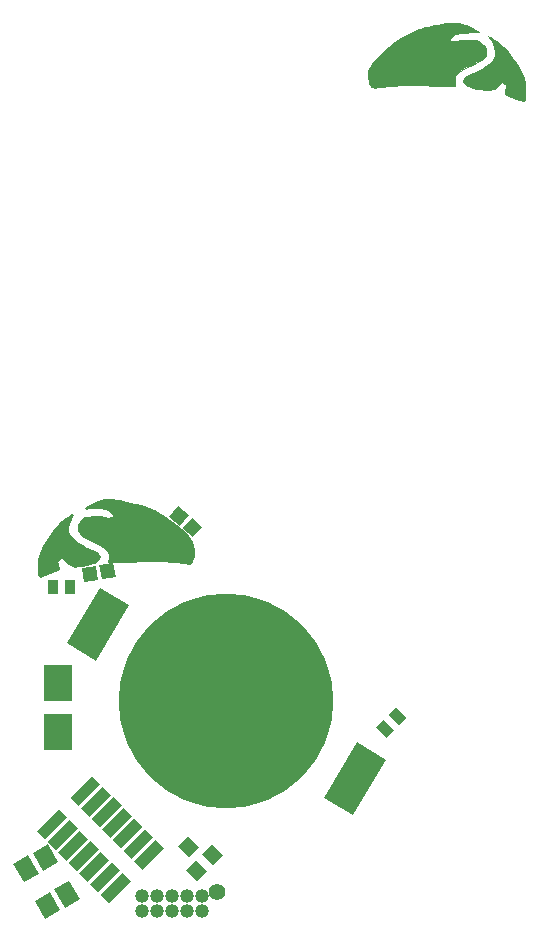
<source format=gbs>
G04 #@! TF.FileFunction,Soldermask,Bot*
%FSLAX46Y46*%
G04 Gerber Fmt 4.6, Leading zero omitted, Abs format (unit mm)*
G04 Created by KiCad (PCBNEW 4.0.5+dfsg1-4) date Sat Aug 24 03:06:04 2019*
%MOMM*%
%LPD*%
G01*
G04 APERTURE LIST*
%ADD10C,0.100000*%
%ADD11C,0.200000*%
%ADD12C,0.010000*%
%ADD13C,18.200000*%
%ADD14R,2.429460X3.051760*%
%ADD15R,0.900000X1.300000*%
%ADD16C,1.187400*%
%ADD17C,1.390600*%
%ADD18C,0.254000*%
G04 APERTURE END LIST*
D10*
D11*
X146400000Y-86000000D02*
X145100000Y-85200000D01*
X144700000Y-85900000D02*
X146400000Y-86000000D01*
X145100000Y-85200000D02*
X144700000Y-85900000D01*
D12*
G36*
X176348000Y-44012860D02*
X176370398Y-44054262D01*
X176429689Y-44146562D01*
X176514023Y-44271433D01*
X176532750Y-44298555D01*
X176629504Y-44441203D01*
X176711979Y-44568185D01*
X176763670Y-44654028D01*
X176766463Y-44659278D01*
X176820396Y-44807296D01*
X176864039Y-45011391D01*
X176892641Y-45243153D01*
X176901525Y-45466995D01*
X176885132Y-45659710D01*
X176833128Y-45830476D01*
X176735969Y-45995917D01*
X176584113Y-46172659D01*
X176390625Y-46357078D01*
X176270855Y-46459656D01*
X176147679Y-46551966D01*
X176006445Y-46642749D01*
X175832497Y-46740750D01*
X175611182Y-46854711D01*
X175327847Y-46993374D01*
X175308574Y-47002661D01*
X175070962Y-47116354D01*
X174859104Y-47216338D01*
X174684863Y-47297130D01*
X174560096Y-47353245D01*
X174496665Y-47379200D01*
X174491791Y-47380334D01*
X174452420Y-47412146D01*
X174385564Y-47491491D01*
X174308808Y-47594230D01*
X174239740Y-47696223D01*
X174195948Y-47773333D01*
X174189000Y-47795913D01*
X174217242Y-47839622D01*
X174291132Y-47922750D01*
X174390083Y-48022772D01*
X174496263Y-48118035D01*
X174601165Y-48189789D01*
X174728505Y-48250313D01*
X174901995Y-48311889D01*
X175019627Y-48348801D01*
X175408320Y-48446719D01*
X175830963Y-48516328D01*
X175950960Y-48529677D01*
X176176042Y-48550121D01*
X176340068Y-48559032D01*
X176465958Y-48555681D01*
X176576632Y-48539339D01*
X176695010Y-48509275D01*
X176707833Y-48505579D01*
X176846339Y-48458494D01*
X176958457Y-48398582D01*
X177069888Y-48308345D01*
X177206334Y-48170283D01*
X177216909Y-48158993D01*
X177340124Y-48029061D01*
X177423291Y-47951437D01*
X177483710Y-47916146D01*
X177538684Y-47913212D01*
X177605515Y-47932659D01*
X177607980Y-47933517D01*
X177735723Y-48017933D01*
X177802760Y-48158999D01*
X177808240Y-48353487D01*
X177768366Y-48543200D01*
X177726343Y-48708939D01*
X177720821Y-48817676D01*
X177756926Y-48891043D01*
X177839787Y-48950678D01*
X177868579Y-48966064D01*
X177960598Y-49007280D01*
X178108539Y-49066414D01*
X178296159Y-49137674D01*
X178507216Y-49215269D01*
X178725468Y-49293407D01*
X178934670Y-49366296D01*
X179118582Y-49428146D01*
X179260961Y-49473163D01*
X179345563Y-49495557D01*
X179357575Y-49497000D01*
X179382700Y-49487492D01*
X179402148Y-49451578D01*
X179417354Y-49378171D01*
X179429756Y-49256186D01*
X179440787Y-49074537D01*
X179451884Y-48822138D01*
X179454880Y-48745584D01*
X179483812Y-47994167D01*
X179337712Y-47562740D01*
X179119162Y-47021911D01*
X178828857Y-46470059D01*
X178475828Y-45921513D01*
X178069102Y-45390600D01*
X177723833Y-45001582D01*
X177525009Y-44799953D01*
X177342997Y-44637672D01*
X177149024Y-44491642D01*
X176914318Y-44338769D01*
X176845416Y-44296477D01*
X176665483Y-44188279D01*
X176514542Y-44099990D01*
X176405574Y-44039012D01*
X176351559Y-44012745D01*
X176348000Y-44012860D01*
X176348000Y-44012860D01*
G37*
X176348000Y-44012860D02*
X176370398Y-44054262D01*
X176429689Y-44146562D01*
X176514023Y-44271433D01*
X176532750Y-44298555D01*
X176629504Y-44441203D01*
X176711979Y-44568185D01*
X176763670Y-44654028D01*
X176766463Y-44659278D01*
X176820396Y-44807296D01*
X176864039Y-45011391D01*
X176892641Y-45243153D01*
X176901525Y-45466995D01*
X176885132Y-45659710D01*
X176833128Y-45830476D01*
X176735969Y-45995917D01*
X176584113Y-46172659D01*
X176390625Y-46357078D01*
X176270855Y-46459656D01*
X176147679Y-46551966D01*
X176006445Y-46642749D01*
X175832497Y-46740750D01*
X175611182Y-46854711D01*
X175327847Y-46993374D01*
X175308574Y-47002661D01*
X175070962Y-47116354D01*
X174859104Y-47216338D01*
X174684863Y-47297130D01*
X174560096Y-47353245D01*
X174496665Y-47379200D01*
X174491791Y-47380334D01*
X174452420Y-47412146D01*
X174385564Y-47491491D01*
X174308808Y-47594230D01*
X174239740Y-47696223D01*
X174195948Y-47773333D01*
X174189000Y-47795913D01*
X174217242Y-47839622D01*
X174291132Y-47922750D01*
X174390083Y-48022772D01*
X174496263Y-48118035D01*
X174601165Y-48189789D01*
X174728505Y-48250313D01*
X174901995Y-48311889D01*
X175019627Y-48348801D01*
X175408320Y-48446719D01*
X175830963Y-48516328D01*
X175950960Y-48529677D01*
X176176042Y-48550121D01*
X176340068Y-48559032D01*
X176465958Y-48555681D01*
X176576632Y-48539339D01*
X176695010Y-48509275D01*
X176707833Y-48505579D01*
X176846339Y-48458494D01*
X176958457Y-48398582D01*
X177069888Y-48308345D01*
X177206334Y-48170283D01*
X177216909Y-48158993D01*
X177340124Y-48029061D01*
X177423291Y-47951437D01*
X177483710Y-47916146D01*
X177538684Y-47913212D01*
X177605515Y-47932659D01*
X177607980Y-47933517D01*
X177735723Y-48017933D01*
X177802760Y-48158999D01*
X177808240Y-48353487D01*
X177768366Y-48543200D01*
X177726343Y-48708939D01*
X177720821Y-48817676D01*
X177756926Y-48891043D01*
X177839787Y-48950678D01*
X177868579Y-48966064D01*
X177960598Y-49007280D01*
X178108539Y-49066414D01*
X178296159Y-49137674D01*
X178507216Y-49215269D01*
X178725468Y-49293407D01*
X178934670Y-49366296D01*
X179118582Y-49428146D01*
X179260961Y-49473163D01*
X179345563Y-49495557D01*
X179357575Y-49497000D01*
X179382700Y-49487492D01*
X179402148Y-49451578D01*
X179417354Y-49378171D01*
X179429756Y-49256186D01*
X179440787Y-49074537D01*
X179451884Y-48822138D01*
X179454880Y-48745584D01*
X179483812Y-47994167D01*
X179337712Y-47562740D01*
X179119162Y-47021911D01*
X178828857Y-46470059D01*
X178475828Y-45921513D01*
X178069102Y-45390600D01*
X177723833Y-45001582D01*
X177525009Y-44799953D01*
X177342997Y-44637672D01*
X177149024Y-44491642D01*
X176914318Y-44338769D01*
X176845416Y-44296477D01*
X176665483Y-44188279D01*
X176514542Y-44099990D01*
X176405574Y-44039012D01*
X176351559Y-44012745D01*
X176348000Y-44012860D01*
G36*
X173298214Y-42846770D02*
X173051885Y-42867424D01*
X172762581Y-42907343D01*
X172418598Y-42966794D01*
X172008233Y-43046043D01*
X171844683Y-43078926D01*
X171503851Y-43148410D01*
X171230521Y-43206061D01*
X171009120Y-43256392D01*
X170824077Y-43303918D01*
X170659820Y-43353152D01*
X170500777Y-43408609D01*
X170331375Y-43474803D01*
X170136044Y-43556247D01*
X170004461Y-43612369D01*
X169774876Y-43711716D01*
X169585861Y-43797558D01*
X169421751Y-43879139D01*
X169266884Y-43965706D01*
X169105593Y-44066503D01*
X168922216Y-44190775D01*
X168701088Y-44347767D01*
X168448798Y-44530534D01*
X167938345Y-44914668D01*
X167501695Y-45271464D01*
X167134205Y-45605432D01*
X166831228Y-45921082D01*
X166588121Y-46222925D01*
X166400238Y-46515470D01*
X166395202Y-46524517D01*
X166264017Y-46774832D01*
X166179283Y-46980542D01*
X166137854Y-47165661D01*
X166136586Y-47354202D01*
X166172331Y-47570181D01*
X166229151Y-47792137D01*
X166284189Y-47979037D01*
X166336746Y-48138842D01*
X166379953Y-48251643D01*
X166402165Y-48293510D01*
X166473352Y-48326061D01*
X166608088Y-48344901D01*
X166786404Y-48350215D01*
X166988329Y-48342193D01*
X167193895Y-48321020D01*
X167383133Y-48286886D01*
X167394500Y-48284197D01*
X167508373Y-48264875D01*
X167691603Y-48243473D01*
X167928947Y-48221329D01*
X168205165Y-48199781D01*
X168505015Y-48180167D01*
X168706833Y-48169013D01*
X169050126Y-48152934D01*
X169358913Y-48142211D01*
X169652470Y-48136880D01*
X169950074Y-48136978D01*
X170271004Y-48142541D01*
X170634537Y-48153605D01*
X171059949Y-48170209D01*
X171141000Y-48173635D01*
X171501285Y-48188593D01*
X171858375Y-48202666D01*
X172197094Y-48215312D01*
X172502262Y-48225987D01*
X172758701Y-48234148D01*
X172951232Y-48239252D01*
X173002236Y-48240241D01*
X173487639Y-48248167D01*
X173489070Y-47846000D01*
X173491915Y-47652006D01*
X173501971Y-47519145D01*
X173523997Y-47423918D01*
X173562754Y-47342827D01*
X173603729Y-47279947D01*
X173701781Y-47174526D01*
X173864507Y-47050341D01*
X174095172Y-46905436D01*
X174397041Y-46737854D01*
X174773378Y-46545641D01*
X175070776Y-46401165D01*
X175415319Y-46224253D01*
X175684262Y-46057275D01*
X175885139Y-45894137D01*
X176025485Y-45728744D01*
X176111140Y-45559765D01*
X176163143Y-45302231D01*
X176134516Y-45055748D01*
X176029237Y-44828241D01*
X175851285Y-44627639D01*
X175604638Y-44461868D01*
X175545438Y-44432667D01*
X175299862Y-44344631D01*
X175016947Y-44295135D01*
X174686553Y-44283729D01*
X174298545Y-44309963D01*
X173921787Y-44360582D01*
X173693258Y-44393936D01*
X173487456Y-44418897D01*
X173322119Y-44433690D01*
X173214983Y-44436536D01*
X173191537Y-44433724D01*
X173107526Y-44382988D01*
X173092069Y-44296672D01*
X173141680Y-44183677D01*
X173252871Y-44052904D01*
X173384666Y-43940823D01*
X173459487Y-43886515D01*
X173529001Y-43846067D01*
X173608944Y-43815558D01*
X173715057Y-43791069D01*
X173863077Y-43768678D01*
X174068744Y-43744466D01*
X174252500Y-43724647D01*
X174514767Y-43698412D01*
X174777348Y-43675114D01*
X175015436Y-43656758D01*
X175204222Y-43645349D01*
X175260718Y-43643170D01*
X175591603Y-43633834D01*
X175176051Y-43414264D01*
X174949103Y-43301787D01*
X174683437Y-43181377D01*
X174420764Y-43071548D01*
X174294833Y-43023151D01*
X174087836Y-42951476D01*
X173896378Y-42897734D01*
X173708758Y-42862191D01*
X173513271Y-42845114D01*
X173298214Y-42846770D01*
X173298214Y-42846770D01*
G37*
X173298214Y-42846770D02*
X173051885Y-42867424D01*
X172762581Y-42907343D01*
X172418598Y-42966794D01*
X172008233Y-43046043D01*
X171844683Y-43078926D01*
X171503851Y-43148410D01*
X171230521Y-43206061D01*
X171009120Y-43256392D01*
X170824077Y-43303918D01*
X170659820Y-43353152D01*
X170500777Y-43408609D01*
X170331375Y-43474803D01*
X170136044Y-43556247D01*
X170004461Y-43612369D01*
X169774876Y-43711716D01*
X169585861Y-43797558D01*
X169421751Y-43879139D01*
X169266884Y-43965706D01*
X169105593Y-44066503D01*
X168922216Y-44190775D01*
X168701088Y-44347767D01*
X168448798Y-44530534D01*
X167938345Y-44914668D01*
X167501695Y-45271464D01*
X167134205Y-45605432D01*
X166831228Y-45921082D01*
X166588121Y-46222925D01*
X166400238Y-46515470D01*
X166395202Y-46524517D01*
X166264017Y-46774832D01*
X166179283Y-46980542D01*
X166137854Y-47165661D01*
X166136586Y-47354202D01*
X166172331Y-47570181D01*
X166229151Y-47792137D01*
X166284189Y-47979037D01*
X166336746Y-48138842D01*
X166379953Y-48251643D01*
X166402165Y-48293510D01*
X166473352Y-48326061D01*
X166608088Y-48344901D01*
X166786404Y-48350215D01*
X166988329Y-48342193D01*
X167193895Y-48321020D01*
X167383133Y-48286886D01*
X167394500Y-48284197D01*
X167508373Y-48264875D01*
X167691603Y-48243473D01*
X167928947Y-48221329D01*
X168205165Y-48199781D01*
X168505015Y-48180167D01*
X168706833Y-48169013D01*
X169050126Y-48152934D01*
X169358913Y-48142211D01*
X169652470Y-48136880D01*
X169950074Y-48136978D01*
X170271004Y-48142541D01*
X170634537Y-48153605D01*
X171059949Y-48170209D01*
X171141000Y-48173635D01*
X171501285Y-48188593D01*
X171858375Y-48202666D01*
X172197094Y-48215312D01*
X172502262Y-48225987D01*
X172758701Y-48234148D01*
X172951232Y-48239252D01*
X173002236Y-48240241D01*
X173487639Y-48248167D01*
X173489070Y-47846000D01*
X173491915Y-47652006D01*
X173501971Y-47519145D01*
X173523997Y-47423918D01*
X173562754Y-47342827D01*
X173603729Y-47279947D01*
X173701781Y-47174526D01*
X173864507Y-47050341D01*
X174095172Y-46905436D01*
X174397041Y-46737854D01*
X174773378Y-46545641D01*
X175070776Y-46401165D01*
X175415319Y-46224253D01*
X175684262Y-46057275D01*
X175885139Y-45894137D01*
X176025485Y-45728744D01*
X176111140Y-45559765D01*
X176163143Y-45302231D01*
X176134516Y-45055748D01*
X176029237Y-44828241D01*
X175851285Y-44627639D01*
X175604638Y-44461868D01*
X175545438Y-44432667D01*
X175299862Y-44344631D01*
X175016947Y-44295135D01*
X174686553Y-44283729D01*
X174298545Y-44309963D01*
X173921787Y-44360582D01*
X173693258Y-44393936D01*
X173487456Y-44418897D01*
X173322119Y-44433690D01*
X173214983Y-44436536D01*
X173191537Y-44433724D01*
X173107526Y-44382988D01*
X173092069Y-44296672D01*
X173141680Y-44183677D01*
X173252871Y-44052904D01*
X173384666Y-43940823D01*
X173459487Y-43886515D01*
X173529001Y-43846067D01*
X173608944Y-43815558D01*
X173715057Y-43791069D01*
X173863077Y-43768678D01*
X174068744Y-43744466D01*
X174252500Y-43724647D01*
X174514767Y-43698412D01*
X174777348Y-43675114D01*
X175015436Y-43656758D01*
X175204222Y-43645349D01*
X175260718Y-43643170D01*
X175591603Y-43633834D01*
X175176051Y-43414264D01*
X174949103Y-43301787D01*
X174683437Y-43181377D01*
X174420764Y-43071548D01*
X174294833Y-43023151D01*
X174087836Y-42951476D01*
X173896378Y-42897734D01*
X173708758Y-42862191D01*
X173513271Y-42845114D01*
X173298214Y-42846770D01*
D10*
G36*
X153900741Y-113354710D02*
X153052213Y-114203238D01*
X152132975Y-113284000D01*
X152981503Y-112435472D01*
X153900741Y-113354710D01*
X153900741Y-113354710D01*
G37*
G36*
X152557238Y-114698213D02*
X151708710Y-115546741D01*
X150789472Y-114627503D01*
X151638000Y-113778975D01*
X152557238Y-114698213D01*
X152557238Y-114698213D01*
G37*
G36*
X151814776Y-112612248D02*
X150966248Y-113460776D01*
X150047010Y-112541538D01*
X150895538Y-111693010D01*
X151814776Y-112612248D01*
X151814776Y-112612248D01*
G37*
G36*
X140632728Y-95399421D02*
X143465437Y-90685001D01*
X145951222Y-92178611D01*
X143118513Y-96893031D01*
X140632728Y-95399421D01*
X140632728Y-95399421D01*
G37*
G36*
X162404778Y-108481389D02*
X165237487Y-103766969D01*
X167723272Y-105260579D01*
X164890563Y-109974999D01*
X162404778Y-108481389D01*
X162404778Y-108481389D01*
G37*
D13*
X154178000Y-100330000D03*
D14*
X139954000Y-102923340D03*
X139954000Y-98752660D03*
D10*
G36*
X148891082Y-112728178D02*
X147052605Y-114566655D01*
X146345498Y-113859548D01*
X148183975Y-112021071D01*
X148891082Y-112728178D01*
X148891082Y-112728178D01*
G37*
G36*
X146062655Y-115556605D02*
X144224178Y-117395082D01*
X143517071Y-116687975D01*
X145355548Y-114849498D01*
X146062655Y-115556605D01*
X146062655Y-115556605D01*
G37*
G36*
X147993057Y-111830153D02*
X146154580Y-113668630D01*
X145447473Y-112961523D01*
X147285950Y-111123046D01*
X147993057Y-111830153D01*
X147993057Y-111830153D01*
G37*
G36*
X145164630Y-114658580D02*
X143326153Y-116497057D01*
X142619046Y-115789950D01*
X144457523Y-113951473D01*
X145164630Y-114658580D01*
X145164630Y-114658580D01*
G37*
G36*
X147095031Y-110932127D02*
X145256554Y-112770604D01*
X144549447Y-112063497D01*
X146387924Y-110225020D01*
X147095031Y-110932127D01*
X147095031Y-110932127D01*
G37*
G36*
X144266604Y-113760554D02*
X142428127Y-115599031D01*
X141721020Y-114891924D01*
X143559497Y-113053447D01*
X144266604Y-113760554D01*
X144266604Y-113760554D01*
G37*
G36*
X146197006Y-110034101D02*
X144358529Y-111872578D01*
X143651422Y-111165471D01*
X145489899Y-109326994D01*
X146197006Y-110034101D01*
X146197006Y-110034101D01*
G37*
G36*
X143368578Y-112862529D02*
X141530101Y-114701006D01*
X140822994Y-113993899D01*
X142661471Y-112155422D01*
X143368578Y-112862529D01*
X143368578Y-112862529D01*
G37*
G36*
X145298980Y-109136076D02*
X143460503Y-110974553D01*
X142753396Y-110267446D01*
X144591873Y-108428969D01*
X145298980Y-109136076D01*
X145298980Y-109136076D01*
G37*
G36*
X142470553Y-111964503D02*
X140632076Y-113802980D01*
X139924969Y-113095873D01*
X141763446Y-111257396D01*
X142470553Y-111964503D01*
X142470553Y-111964503D01*
G37*
G36*
X144400954Y-108238050D02*
X142562477Y-110076527D01*
X141855370Y-109369420D01*
X143693847Y-107530943D01*
X144400954Y-108238050D01*
X144400954Y-108238050D01*
G37*
G36*
X141572527Y-111066477D02*
X139734050Y-112904954D01*
X139026943Y-112197847D01*
X140865420Y-110359370D01*
X141572527Y-111066477D01*
X141572527Y-111066477D01*
G37*
G36*
X143502929Y-107340025D02*
X141664452Y-109178502D01*
X140957345Y-108471395D01*
X142795822Y-106632918D01*
X143502929Y-107340025D01*
X143502929Y-107340025D01*
G37*
G36*
X140674502Y-110168452D02*
X138836025Y-112006929D01*
X138128918Y-111299822D01*
X139967395Y-109461345D01*
X140674502Y-110168452D01*
X140674502Y-110168452D01*
G37*
G36*
X152137577Y-85527837D02*
X151367801Y-86445221D01*
X150450417Y-85675445D01*
X151220193Y-84758061D01*
X152137577Y-85527837D01*
X152137577Y-85527837D01*
G37*
G36*
X150989583Y-84564555D02*
X150219807Y-85481939D01*
X149302423Y-84712163D01*
X150072199Y-83794779D01*
X150989583Y-84564555D01*
X150989583Y-84564555D01*
G37*
G36*
X168536909Y-100799853D02*
X169456147Y-101719091D01*
X168819751Y-102355487D01*
X167900513Y-101436249D01*
X168536909Y-100799853D01*
X168536909Y-100799853D01*
G37*
G36*
X167476249Y-101860513D02*
X168395487Y-102779751D01*
X167759091Y-103416147D01*
X166839853Y-102496909D01*
X167476249Y-101860513D01*
X167476249Y-101860513D01*
G37*
D15*
X140958000Y-90678000D03*
X139458000Y-90678000D03*
D10*
G36*
X144597813Y-88627706D02*
X144785153Y-89810522D01*
X143602337Y-89997862D01*
X143414997Y-88815046D01*
X144597813Y-88627706D01*
X144597813Y-88627706D01*
G37*
G36*
X143117663Y-88862138D02*
X143305003Y-90044954D01*
X142122187Y-90232294D01*
X141934847Y-89049478D01*
X143117663Y-88862138D01*
X143117663Y-88862138D01*
G37*
D16*
X147066000Y-116840000D03*
X148336000Y-116840000D03*
X149606000Y-116840000D03*
X150876000Y-116840000D03*
X152146000Y-116840000D03*
X152146000Y-118110000D03*
X150876000Y-118110000D03*
X149606000Y-118110000D03*
X148336000Y-118110000D03*
X147066000Y-118110000D03*
D17*
X153416000Y-116459000D03*
D10*
G36*
X141738592Y-117070769D02*
X140482856Y-117795769D01*
X139582856Y-116236923D01*
X140838592Y-115511923D01*
X141738592Y-117070769D01*
X141738592Y-117070769D01*
G37*
G36*
X139938592Y-113953077D02*
X138682856Y-114678077D01*
X137782856Y-113119231D01*
X139038592Y-112394231D01*
X139938592Y-113953077D01*
X139938592Y-113953077D01*
G37*
G36*
X140093144Y-118020769D02*
X138837408Y-118745769D01*
X137937408Y-117186923D01*
X139193144Y-116461923D01*
X140093144Y-118020769D01*
X140093144Y-118020769D01*
G37*
G36*
X138293144Y-114903077D02*
X137037408Y-115628077D01*
X136137408Y-114069231D01*
X137393144Y-113344231D01*
X138293144Y-114903077D01*
X138293144Y-114903077D01*
G37*
D18*
G36*
X141021235Y-84635013D02*
X140771235Y-85295013D01*
X140769092Y-85301137D01*
X140679092Y-85581137D01*
X140673110Y-85625287D01*
X140683110Y-85865287D01*
X140689517Y-85900161D01*
X140769517Y-86140161D01*
X140790138Y-86178463D01*
X141010138Y-86458463D01*
X141020197Y-86469803D01*
X141270197Y-86719803D01*
X141272799Y-86722331D01*
X141452799Y-86892331D01*
X141473440Y-86908161D01*
X141733440Y-87068161D01*
X141738796Y-87071279D01*
X142138796Y-87291279D01*
X142145266Y-87294600D01*
X142809823Y-87612000D01*
X143100836Y-87786608D01*
X143284779Y-87915368D01*
X143420832Y-88069562D01*
X143371467Y-88118927D01*
X143192799Y-88287669D01*
X143190197Y-88290197D01*
X143061252Y-88419142D01*
X142928834Y-88498593D01*
X142800537Y-88562742D01*
X142589457Y-88636161D01*
X142401161Y-88664405D01*
X142401045Y-88664423D01*
X141871663Y-88744330D01*
X141522291Y-88794240D01*
X141320859Y-88821708D01*
X141160270Y-88797620D01*
X141015779Y-88721124D01*
X140840226Y-88601009D01*
X140627690Y-88398134D01*
X140623010Y-88393883D01*
X140403010Y-88203883D01*
X140379765Y-88187941D01*
X140229765Y-88107941D01*
X140181459Y-88093518D01*
X140122833Y-88102083D01*
X140022833Y-88142083D01*
X139968400Y-88183800D01*
X139909241Y-88262678D01*
X139800138Y-88401537D01*
X139777479Y-88446571D01*
X139777182Y-88512321D01*
X139825930Y-88697563D01*
X139903949Y-89126669D01*
X139904918Y-89138292D01*
X139417732Y-89310240D01*
X139417351Y-89310375D01*
X138381154Y-89679802D01*
X138316664Y-89523950D01*
X138307032Y-88801550D01*
X138326484Y-88286088D01*
X138391602Y-87988405D01*
X138566193Y-87571326D01*
X138763019Y-87148151D01*
X139057865Y-86627256D01*
X139570270Y-85878357D01*
X139882433Y-85527173D01*
X140089803Y-85319803D01*
X140094175Y-85315206D01*
X140275515Y-85114777D01*
X140562528Y-84904301D01*
X140995828Y-84618717D01*
X141061582Y-84582275D01*
X141021235Y-84635013D01*
X141021235Y-84635013D01*
G37*
X141021235Y-84635013D02*
X140771235Y-85295013D01*
X140769092Y-85301137D01*
X140679092Y-85581137D01*
X140673110Y-85625287D01*
X140683110Y-85865287D01*
X140689517Y-85900161D01*
X140769517Y-86140161D01*
X140790138Y-86178463D01*
X141010138Y-86458463D01*
X141020197Y-86469803D01*
X141270197Y-86719803D01*
X141272799Y-86722331D01*
X141452799Y-86892331D01*
X141473440Y-86908161D01*
X141733440Y-87068161D01*
X141738796Y-87071279D01*
X142138796Y-87291279D01*
X142145266Y-87294600D01*
X142809823Y-87612000D01*
X143100836Y-87786608D01*
X143284779Y-87915368D01*
X143420832Y-88069562D01*
X143371467Y-88118927D01*
X143192799Y-88287669D01*
X143190197Y-88290197D01*
X143061252Y-88419142D01*
X142928834Y-88498593D01*
X142800537Y-88562742D01*
X142589457Y-88636161D01*
X142401161Y-88664405D01*
X142401045Y-88664423D01*
X141871663Y-88744330D01*
X141522291Y-88794240D01*
X141320859Y-88821708D01*
X141160270Y-88797620D01*
X141015779Y-88721124D01*
X140840226Y-88601009D01*
X140627690Y-88398134D01*
X140623010Y-88393883D01*
X140403010Y-88203883D01*
X140379765Y-88187941D01*
X140229765Y-88107941D01*
X140181459Y-88093518D01*
X140122833Y-88102083D01*
X140022833Y-88142083D01*
X139968400Y-88183800D01*
X139909241Y-88262678D01*
X139800138Y-88401537D01*
X139777479Y-88446571D01*
X139777182Y-88512321D01*
X139825930Y-88697563D01*
X139903949Y-89126669D01*
X139904918Y-89138292D01*
X139417732Y-89310240D01*
X139417351Y-89310375D01*
X138381154Y-89679802D01*
X138316664Y-89523950D01*
X138307032Y-88801550D01*
X138326484Y-88286088D01*
X138391602Y-87988405D01*
X138566193Y-87571326D01*
X138763019Y-87148151D01*
X139057865Y-86627256D01*
X139570270Y-85878357D01*
X139882433Y-85527173D01*
X140089803Y-85319803D01*
X140094175Y-85315206D01*
X140275515Y-85114777D01*
X140562528Y-84904301D01*
X140995828Y-84618717D01*
X141061582Y-84582275D01*
X141021235Y-84635013D01*
G36*
X145106157Y-83374814D02*
X146032027Y-83583881D01*
X146037529Y-83584996D01*
X146915212Y-83742782D01*
X148012358Y-84173804D01*
X148947304Y-84764296D01*
X149541709Y-85220006D01*
X150284231Y-85814023D01*
X150793401Y-86342777D01*
X151130900Y-86786347D01*
X151295354Y-87133528D01*
X151323262Y-87468425D01*
X151351454Y-88032262D01*
X151048897Y-88620567D01*
X150619311Y-88554477D01*
X150619072Y-88554440D01*
X149829072Y-88434440D01*
X149819194Y-88433333D01*
X148579194Y-88343333D01*
X148572539Y-88343025D01*
X148072539Y-88333025D01*
X148065949Y-88333065D01*
X147125949Y-88363065D01*
X147124127Y-88363136D01*
X146044127Y-88413136D01*
X146043812Y-88413151D01*
X145224555Y-88453115D01*
X144695211Y-88473090D01*
X144694601Y-88473115D01*
X144240009Y-88492459D01*
X144255164Y-88401527D01*
X144285068Y-88232071D01*
X144285886Y-88226785D01*
X144305886Y-88076785D01*
X144307000Y-88060000D01*
X144307000Y-87940000D01*
X144303748Y-87911443D01*
X144273748Y-87781443D01*
X144266352Y-87759096D01*
X144196352Y-87599096D01*
X144183344Y-87576183D01*
X144083344Y-87436183D01*
X144059336Y-87410830D01*
X143909336Y-87290830D01*
X143903239Y-87286245D01*
X143733239Y-87166245D01*
X143720814Y-87158507D01*
X143501461Y-87038860D01*
X143092135Y-86809238D01*
X143089765Y-86807941D01*
X142641271Y-86568744D01*
X142138477Y-86282842D01*
X141933817Y-86136656D01*
X141932290Y-86135582D01*
X141821275Y-86058725D01*
X141752589Y-85959512D01*
X141684800Y-85790039D01*
X141668102Y-85606370D01*
X141712921Y-85373311D01*
X141764100Y-85228305D01*
X141839155Y-85119893D01*
X141967739Y-84982123D01*
X142080414Y-84886783D01*
X142193681Y-84830150D01*
X142384643Y-84784682D01*
X142565347Y-84756150D01*
X142905433Y-84727000D01*
X143138017Y-84727000D01*
X143451182Y-84736786D01*
X143813394Y-84775944D01*
X144260479Y-84845491D01*
X144289740Y-84846626D01*
X144419740Y-84836626D01*
X144466796Y-84823592D01*
X144526796Y-84793592D01*
X144553630Y-84775577D01*
X144633630Y-84705577D01*
X144664226Y-84665510D01*
X144677000Y-84610000D01*
X144677000Y-84560000D01*
X144655670Y-84489553D01*
X144595670Y-84399553D01*
X144577041Y-84377519D01*
X144407041Y-84217519D01*
X144387310Y-84202304D01*
X144147310Y-84052304D01*
X144126279Y-84041732D01*
X143896279Y-83951732D01*
X143862637Y-83943630D01*
X143462637Y-83903630D01*
X143462041Y-83903572D01*
X143252041Y-83883572D01*
X143243847Y-83883058D01*
X142913847Y-83873058D01*
X142902755Y-83873207D01*
X142552755Y-83893207D01*
X142542039Y-83894276D01*
X142290693Y-83930183D01*
X142485388Y-83834288D01*
X142923970Y-83624965D01*
X143307160Y-83448108D01*
X143814590Y-83275773D01*
X144293835Y-83247582D01*
X145106157Y-83374814D01*
X145106157Y-83374814D01*
G37*
X145106157Y-83374814D02*
X146032027Y-83583881D01*
X146037529Y-83584996D01*
X146915212Y-83742782D01*
X148012358Y-84173804D01*
X148947304Y-84764296D01*
X149541709Y-85220006D01*
X150284231Y-85814023D01*
X150793401Y-86342777D01*
X151130900Y-86786347D01*
X151295354Y-87133528D01*
X151323262Y-87468425D01*
X151351454Y-88032262D01*
X151048897Y-88620567D01*
X150619311Y-88554477D01*
X150619072Y-88554440D01*
X149829072Y-88434440D01*
X149819194Y-88433333D01*
X148579194Y-88343333D01*
X148572539Y-88343025D01*
X148072539Y-88333025D01*
X148065949Y-88333065D01*
X147125949Y-88363065D01*
X147124127Y-88363136D01*
X146044127Y-88413136D01*
X146043812Y-88413151D01*
X145224555Y-88453115D01*
X144695211Y-88473090D01*
X144694601Y-88473115D01*
X144240009Y-88492459D01*
X144255164Y-88401527D01*
X144285068Y-88232071D01*
X144285886Y-88226785D01*
X144305886Y-88076785D01*
X144307000Y-88060000D01*
X144307000Y-87940000D01*
X144303748Y-87911443D01*
X144273748Y-87781443D01*
X144266352Y-87759096D01*
X144196352Y-87599096D01*
X144183344Y-87576183D01*
X144083344Y-87436183D01*
X144059336Y-87410830D01*
X143909336Y-87290830D01*
X143903239Y-87286245D01*
X143733239Y-87166245D01*
X143720814Y-87158507D01*
X143501461Y-87038860D01*
X143092135Y-86809238D01*
X143089765Y-86807941D01*
X142641271Y-86568744D01*
X142138477Y-86282842D01*
X141933817Y-86136656D01*
X141932290Y-86135582D01*
X141821275Y-86058725D01*
X141752589Y-85959512D01*
X141684800Y-85790039D01*
X141668102Y-85606370D01*
X141712921Y-85373311D01*
X141764100Y-85228305D01*
X141839155Y-85119893D01*
X141967739Y-84982123D01*
X142080414Y-84886783D01*
X142193681Y-84830150D01*
X142384643Y-84784682D01*
X142565347Y-84756150D01*
X142905433Y-84727000D01*
X143138017Y-84727000D01*
X143451182Y-84736786D01*
X143813394Y-84775944D01*
X144260479Y-84845491D01*
X144289740Y-84846626D01*
X144419740Y-84836626D01*
X144466796Y-84823592D01*
X144526796Y-84793592D01*
X144553630Y-84775577D01*
X144633630Y-84705577D01*
X144664226Y-84665510D01*
X144677000Y-84610000D01*
X144677000Y-84560000D01*
X144655670Y-84489553D01*
X144595670Y-84399553D01*
X144577041Y-84377519D01*
X144407041Y-84217519D01*
X144387310Y-84202304D01*
X144147310Y-84052304D01*
X144126279Y-84041732D01*
X143896279Y-83951732D01*
X143862637Y-83943630D01*
X143462637Y-83903630D01*
X143462041Y-83903572D01*
X143252041Y-83883572D01*
X143243847Y-83883058D01*
X142913847Y-83873058D01*
X142902755Y-83873207D01*
X142552755Y-83893207D01*
X142542039Y-83894276D01*
X142290693Y-83930183D01*
X142485388Y-83834288D01*
X142923970Y-83624965D01*
X143307160Y-83448108D01*
X143814590Y-83275773D01*
X144293835Y-83247582D01*
X145106157Y-83374814D01*
M02*

</source>
